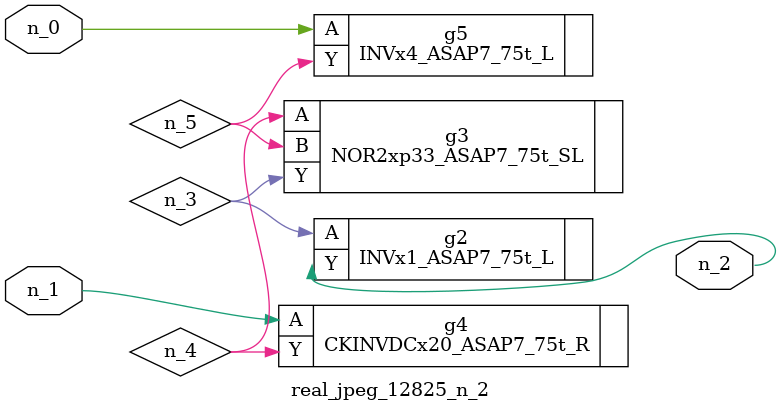
<source format=v>
module real_jpeg_12825_n_2 (n_1, n_0, n_2);

input n_1;
input n_0;

output n_2;

wire n_5;
wire n_4;
wire n_3;

INVx4_ASAP7_75t_L g5 ( 
.A(n_0),
.Y(n_5)
);

CKINVDCx20_ASAP7_75t_R g4 ( 
.A(n_1),
.Y(n_4)
);

INVx1_ASAP7_75t_L g2 ( 
.A(n_3),
.Y(n_2)
);

NOR2xp33_ASAP7_75t_SL g3 ( 
.A(n_4),
.B(n_5),
.Y(n_3)
);


endmodule
</source>
